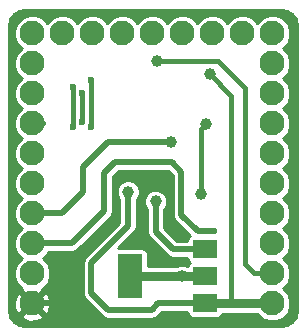
<source format=gbr>
G04 #@! TF.FileFunction,Copper,L2,Bot,Signal*
%FSLAX46Y46*%
G04 Gerber Fmt 4.6, Leading zero omitted, Abs format (unit mm)*
G04 Created by KiCad (PCBNEW 4.0.6) date 12/07/19 11:03:23*
%MOMM*%
%LPD*%
G01*
G04 APERTURE LIST*
%ADD10C,0.100000*%
%ADD11C,2.100000*%
%ADD12R,2.000000X3.800000*%
%ADD13R,2.000000X1.500000*%
%ADD14C,1.000000*%
%ADD15C,0.600000*%
%ADD16C,0.500000*%
%ADD17C,0.400000*%
%ADD18C,0.750000*%
%ADD19C,0.254000*%
G04 APERTURE END LIST*
D10*
D11*
X161571000Y-67845000D03*
X161571000Y-70385000D03*
X161571000Y-72925000D03*
X161571000Y-75465000D03*
X161571000Y-78005000D03*
X161571000Y-80545000D03*
X161571000Y-83085000D03*
X161571000Y-85625000D03*
X161571000Y-88165000D03*
X161571000Y-65305000D03*
X159031000Y-65305000D03*
X156491000Y-65305000D03*
X153951000Y-65305000D03*
X151411000Y-65305000D03*
X148871000Y-65305000D03*
X146331000Y-65305000D03*
X143791000Y-65305000D03*
X141251000Y-65305000D03*
X141251000Y-67845000D03*
X141251000Y-70385000D03*
X141251000Y-72925000D03*
X141251000Y-75465000D03*
X141251000Y-78005000D03*
X141251000Y-80545000D03*
X141251000Y-83085000D03*
X141251000Y-85625000D03*
X141251000Y-88165000D03*
D12*
X149561000Y-85875000D03*
D13*
X155861000Y-85875000D03*
X155861000Y-88175000D03*
X155861000Y-83575000D03*
D14*
X149361000Y-78725000D03*
X156261000Y-68775000D03*
X151811000Y-67625000D03*
X153011000Y-74525000D03*
X152711000Y-78675000D03*
X153911000Y-85875000D03*
D15*
X146261000Y-69225000D03*
X146261000Y-73225000D03*
D14*
X151711000Y-79525000D03*
X155511000Y-78925000D03*
X155961000Y-72975000D03*
D15*
X145461000Y-72775000D03*
X145461000Y-70375000D03*
X144661000Y-73225000D03*
X144661000Y-69875000D03*
X156661000Y-82075000D03*
D16*
X155861000Y-88175000D02*
X151911000Y-88175000D01*
X149361000Y-81625000D02*
X146261000Y-84725000D01*
X146261000Y-84725000D02*
X146261000Y-87325000D01*
X146261000Y-87325000D02*
X147661000Y-88725000D01*
X147661000Y-88725000D02*
X151361000Y-88725000D01*
X149361000Y-78725000D02*
X149361000Y-81625000D01*
X151911000Y-88175000D02*
X151361000Y-88725000D01*
D17*
X158061000Y-70575000D02*
X158061000Y-88175000D01*
X156261000Y-68775000D02*
X158061000Y-70575000D01*
D18*
X155861000Y-88175000D02*
X158061000Y-88175000D01*
X158061000Y-88175000D02*
X161561000Y-88175000D01*
X161561000Y-88175000D02*
X161571000Y-88165000D01*
D17*
X161571000Y-85625000D02*
X160061000Y-85625000D01*
X156961000Y-67625000D02*
X151811000Y-67625000D01*
X159261000Y-69925000D02*
X156961000Y-67625000D01*
X159261000Y-84825000D02*
X159261000Y-69925000D01*
X160061000Y-85625000D02*
X159261000Y-84825000D01*
X141251000Y-72925000D02*
X142161000Y-72925000D01*
D16*
X143741000Y-80545000D02*
X141251000Y-80545000D01*
X145561000Y-78725000D02*
X143741000Y-80545000D01*
X145561000Y-76625000D02*
X145561000Y-78725000D01*
X147661000Y-74525000D02*
X145561000Y-76625000D01*
X153011000Y-74525000D02*
X147661000Y-74525000D01*
X143671000Y-88165000D02*
X141251000Y-88165000D01*
X144561000Y-87275000D02*
X143671000Y-88165000D01*
X144561000Y-84725000D02*
X144561000Y-87275000D01*
X148261000Y-81025000D02*
X144561000Y-84725000D01*
X148261000Y-77975000D02*
X148261000Y-81025000D01*
X148911000Y-77325000D02*
X148261000Y-77975000D01*
X151361000Y-77325000D02*
X148911000Y-77325000D01*
X152711000Y-78675000D02*
X151361000Y-77325000D01*
D18*
X149561000Y-85875000D02*
X153911000Y-85875000D01*
X153911000Y-85875000D02*
X155861000Y-85875000D01*
D17*
X146261000Y-73225000D02*
X146261000Y-69725000D01*
X146261000Y-69725000D02*
X146261000Y-69225000D01*
D16*
X153161000Y-83575000D02*
X155861000Y-83575000D01*
X151711000Y-82125000D02*
X153161000Y-83575000D01*
X151711000Y-79525000D02*
X151711000Y-82125000D01*
D17*
X155511000Y-73425000D02*
X155511000Y-78925000D01*
X155961000Y-72975000D02*
X155511000Y-73425000D01*
X145461000Y-72775000D02*
X145461000Y-70375000D01*
X144661000Y-73225000D02*
X144661000Y-69875000D01*
D16*
X141251000Y-83085000D02*
X144601000Y-83085000D01*
X155261000Y-82075000D02*
X156661000Y-82075000D01*
X153861000Y-80675000D02*
X155261000Y-82075000D01*
X153861000Y-77025000D02*
X153861000Y-80675000D01*
X153061000Y-76225000D02*
X153861000Y-77025000D01*
X148261000Y-76225000D02*
X153061000Y-76225000D01*
X147361000Y-77125000D02*
X148261000Y-76225000D01*
X147361000Y-80325000D02*
X147361000Y-77125000D01*
X144601000Y-83085000D02*
X147361000Y-80325000D01*
D19*
G36*
X162845033Y-63402982D02*
X163280469Y-63693933D01*
X163571418Y-64129367D01*
X163684400Y-64697369D01*
X163684400Y-88718631D01*
X163571418Y-89286633D01*
X163280469Y-89722067D01*
X162845033Y-90013018D01*
X162277031Y-90126000D01*
X140668769Y-90126000D01*
X140100767Y-90013018D01*
X139665333Y-89722069D01*
X139374382Y-89286633D01*
X139370559Y-89267412D01*
X140328193Y-89267412D01*
X140441663Y-89495023D01*
X141012248Y-89703501D01*
X141619181Y-89677756D01*
X142060337Y-89495023D01*
X142173807Y-89267412D01*
X141251000Y-88344605D01*
X140328193Y-89267412D01*
X139370559Y-89267412D01*
X139261400Y-88718631D01*
X139261400Y-87926248D01*
X139712499Y-87926248D01*
X139738244Y-88533181D01*
X139920977Y-88974337D01*
X140148588Y-89087807D01*
X141071395Y-88165000D01*
X141430605Y-88165000D01*
X142353412Y-89087807D01*
X142581023Y-88974337D01*
X142789501Y-88403752D01*
X142763756Y-87796819D01*
X142581023Y-87355663D01*
X142353412Y-87242193D01*
X141430605Y-88165000D01*
X141071395Y-88165000D01*
X140148588Y-87242193D01*
X139920977Y-87355663D01*
X139712499Y-87926248D01*
X139261400Y-87926248D01*
X139261400Y-65607407D01*
X139723735Y-65607407D01*
X139955717Y-66168846D01*
X140361494Y-66575332D01*
X139957227Y-66978894D01*
X139724265Y-67539928D01*
X139723735Y-68147407D01*
X139955717Y-68708846D01*
X140361494Y-69115332D01*
X139957227Y-69518894D01*
X139724265Y-70079928D01*
X139723735Y-70687407D01*
X139955717Y-71248846D01*
X140361494Y-71655332D01*
X139957227Y-72058894D01*
X139724265Y-72619928D01*
X139723735Y-73227407D01*
X139955717Y-73788846D01*
X140361494Y-74195332D01*
X139957227Y-74598894D01*
X139724265Y-75159928D01*
X139723735Y-75767407D01*
X139955717Y-76328846D01*
X140361494Y-76735332D01*
X139957227Y-77138894D01*
X139724265Y-77699928D01*
X139723735Y-78307407D01*
X139955717Y-78868846D01*
X140361494Y-79275332D01*
X139957227Y-79678894D01*
X139724265Y-80239928D01*
X139723735Y-80847407D01*
X139955717Y-81408846D01*
X140361494Y-81815332D01*
X139957227Y-82218894D01*
X139724265Y-82779928D01*
X139723735Y-83387407D01*
X139955717Y-83948846D01*
X140361494Y-84355332D01*
X139957227Y-84758894D01*
X139724265Y-85319928D01*
X139723735Y-85927407D01*
X139955717Y-86488846D01*
X140384894Y-86918773D01*
X140397317Y-86923931D01*
X140328193Y-87062588D01*
X141251000Y-87985395D01*
X142173807Y-87062588D01*
X142104911Y-86924388D01*
X142114846Y-86920283D01*
X142544773Y-86491106D01*
X142777735Y-85930072D01*
X142778265Y-85322593D01*
X142546283Y-84761154D01*
X142140506Y-84354668D01*
X142544773Y-83951106D01*
X142602535Y-83812000D01*
X144600995Y-83812000D01*
X144601000Y-83812001D01*
X144833052Y-83765842D01*
X144879211Y-83756660D01*
X145115067Y-83599067D01*
X147875064Y-80839069D01*
X147875067Y-80839067D01*
X148032660Y-80603211D01*
X148088000Y-80325000D01*
X148088000Y-77426134D01*
X148562133Y-76952000D01*
X152759866Y-76952000D01*
X153134000Y-77326134D01*
X153134000Y-80674995D01*
X153133999Y-80675000D01*
X153163481Y-80823210D01*
X153189340Y-80953211D01*
X153294726Y-81110933D01*
X153346933Y-81189067D01*
X154590256Y-82432390D01*
X154521887Y-82476385D01*
X154412973Y-82635785D01*
X154374656Y-82825000D01*
X154374656Y-82848000D01*
X153462133Y-82848000D01*
X152438000Y-81823866D01*
X152438000Y-80179751D01*
X152538778Y-80079149D01*
X152687830Y-79720190D01*
X152688170Y-79331515D01*
X152539744Y-78972297D01*
X152265149Y-78697222D01*
X151906190Y-78548170D01*
X151517515Y-78547830D01*
X151158297Y-78696256D01*
X150883222Y-78970851D01*
X150734170Y-79329810D01*
X150733830Y-79718485D01*
X150882256Y-80077703D01*
X150984000Y-80179625D01*
X150984000Y-82124995D01*
X150983999Y-82125000D01*
X151026499Y-82338656D01*
X151039340Y-82403211D01*
X151088233Y-82476385D01*
X151196933Y-82639067D01*
X152646931Y-84089064D01*
X152646933Y-84089067D01*
X152882789Y-84246660D01*
X152928948Y-84255842D01*
X153161000Y-84302001D01*
X153161005Y-84302000D01*
X154374656Y-84302000D01*
X154374656Y-84325000D01*
X154407917Y-84501765D01*
X154512385Y-84664113D01*
X154601615Y-84725082D01*
X154521887Y-84776385D01*
X154412973Y-84935785D01*
X154396204Y-85018594D01*
X154106190Y-84898170D01*
X153717515Y-84897830D01*
X153414581Y-85023000D01*
X151047344Y-85023000D01*
X151047344Y-83975000D01*
X151014083Y-83798235D01*
X150909615Y-83635887D01*
X150750215Y-83526973D01*
X150561000Y-83488656D01*
X148561000Y-83488656D01*
X148517245Y-83496889D01*
X149875067Y-82139067D01*
X149919702Y-82072265D01*
X150032660Y-81903211D01*
X150088000Y-81625000D01*
X150088000Y-79379751D01*
X150188778Y-79279149D01*
X150337830Y-78920190D01*
X150338170Y-78531515D01*
X150189744Y-78172297D01*
X149915149Y-77897222D01*
X149556190Y-77748170D01*
X149167515Y-77747830D01*
X148808297Y-77896256D01*
X148533222Y-78170851D01*
X148384170Y-78529810D01*
X148383830Y-78918485D01*
X148532256Y-79277703D01*
X148634000Y-79379625D01*
X148634000Y-81323866D01*
X145746933Y-84210933D01*
X145589340Y-84446789D01*
X145589340Y-84446790D01*
X145533999Y-84725000D01*
X145534000Y-84725005D01*
X145534000Y-87324995D01*
X145533999Y-87325000D01*
X145553891Y-87425000D01*
X145589340Y-87603211D01*
X145704125Y-87775000D01*
X145746933Y-87839067D01*
X147146933Y-89239067D01*
X147382789Y-89396660D01*
X147428948Y-89405842D01*
X147661000Y-89452001D01*
X147661005Y-89452000D01*
X151360995Y-89452000D01*
X151361000Y-89452001D01*
X151593052Y-89405842D01*
X151639211Y-89396660D01*
X151875067Y-89239067D01*
X152212133Y-88902000D01*
X154374656Y-88902000D01*
X154374656Y-88925000D01*
X154407917Y-89101765D01*
X154512385Y-89264113D01*
X154671785Y-89373027D01*
X154861000Y-89411344D01*
X156861000Y-89411344D01*
X157037765Y-89378083D01*
X157200113Y-89273615D01*
X157309027Y-89114215D01*
X157326688Y-89027000D01*
X160274954Y-89027000D01*
X160275717Y-89028846D01*
X160704894Y-89458773D01*
X161265928Y-89691735D01*
X161873407Y-89692265D01*
X162434846Y-89460283D01*
X162864773Y-89031106D01*
X163097735Y-88470072D01*
X163098265Y-87862593D01*
X162866283Y-87301154D01*
X162460506Y-86894668D01*
X162864773Y-86491106D01*
X163097735Y-85930072D01*
X163098265Y-85322593D01*
X162866283Y-84761154D01*
X162460506Y-84354668D01*
X162864773Y-83951106D01*
X163097735Y-83390072D01*
X163098265Y-82782593D01*
X162866283Y-82221154D01*
X162460506Y-81814668D01*
X162864773Y-81411106D01*
X163097735Y-80850072D01*
X163098265Y-80242593D01*
X162866283Y-79681154D01*
X162460506Y-79274668D01*
X162864773Y-78871106D01*
X163097735Y-78310072D01*
X163098265Y-77702593D01*
X162866283Y-77141154D01*
X162460506Y-76734668D01*
X162864773Y-76331106D01*
X163097735Y-75770072D01*
X163098265Y-75162593D01*
X162866283Y-74601154D01*
X162460506Y-74194668D01*
X162864773Y-73791106D01*
X163097735Y-73230072D01*
X163098265Y-72622593D01*
X162866283Y-72061154D01*
X162460506Y-71654668D01*
X162864773Y-71251106D01*
X163097735Y-70690072D01*
X163098265Y-70082593D01*
X162866283Y-69521154D01*
X162460506Y-69114668D01*
X162864773Y-68711106D01*
X163097735Y-68150072D01*
X163098265Y-67542593D01*
X162866283Y-66981154D01*
X162460506Y-66574668D01*
X162864773Y-66171106D01*
X163097735Y-65610072D01*
X163098265Y-65002593D01*
X162866283Y-64441154D01*
X162437106Y-64011227D01*
X161876072Y-63778265D01*
X161268593Y-63777735D01*
X160707154Y-64009717D01*
X160300668Y-64415494D01*
X159897106Y-64011227D01*
X159336072Y-63778265D01*
X158728593Y-63777735D01*
X158167154Y-64009717D01*
X157760668Y-64415494D01*
X157357106Y-64011227D01*
X156796072Y-63778265D01*
X156188593Y-63777735D01*
X155627154Y-64009717D01*
X155220668Y-64415494D01*
X154817106Y-64011227D01*
X154256072Y-63778265D01*
X153648593Y-63777735D01*
X153087154Y-64009717D01*
X152680668Y-64415494D01*
X152277106Y-64011227D01*
X151716072Y-63778265D01*
X151108593Y-63777735D01*
X150547154Y-64009717D01*
X150140668Y-64415494D01*
X149737106Y-64011227D01*
X149176072Y-63778265D01*
X148568593Y-63777735D01*
X148007154Y-64009717D01*
X147600668Y-64415494D01*
X147197106Y-64011227D01*
X146636072Y-63778265D01*
X146028593Y-63777735D01*
X145467154Y-64009717D01*
X145060668Y-64415494D01*
X144657106Y-64011227D01*
X144096072Y-63778265D01*
X143488593Y-63777735D01*
X142927154Y-64009717D01*
X142520668Y-64415494D01*
X142117106Y-64011227D01*
X141556072Y-63778265D01*
X140948593Y-63777735D01*
X140387154Y-64009717D01*
X139957227Y-64438894D01*
X139724265Y-64999928D01*
X139723735Y-65607407D01*
X139261400Y-65607407D01*
X139261400Y-64697369D01*
X139374382Y-64129367D01*
X139665333Y-63693931D01*
X140100767Y-63402982D01*
X140668769Y-63290000D01*
X162277031Y-63290000D01*
X162845033Y-63402982D01*
X162845033Y-63402982D01*
G37*
X162845033Y-63402982D02*
X163280469Y-63693933D01*
X163571418Y-64129367D01*
X163684400Y-64697369D01*
X163684400Y-88718631D01*
X163571418Y-89286633D01*
X163280469Y-89722067D01*
X162845033Y-90013018D01*
X162277031Y-90126000D01*
X140668769Y-90126000D01*
X140100767Y-90013018D01*
X139665333Y-89722069D01*
X139374382Y-89286633D01*
X139370559Y-89267412D01*
X140328193Y-89267412D01*
X140441663Y-89495023D01*
X141012248Y-89703501D01*
X141619181Y-89677756D01*
X142060337Y-89495023D01*
X142173807Y-89267412D01*
X141251000Y-88344605D01*
X140328193Y-89267412D01*
X139370559Y-89267412D01*
X139261400Y-88718631D01*
X139261400Y-87926248D01*
X139712499Y-87926248D01*
X139738244Y-88533181D01*
X139920977Y-88974337D01*
X140148588Y-89087807D01*
X141071395Y-88165000D01*
X141430605Y-88165000D01*
X142353412Y-89087807D01*
X142581023Y-88974337D01*
X142789501Y-88403752D01*
X142763756Y-87796819D01*
X142581023Y-87355663D01*
X142353412Y-87242193D01*
X141430605Y-88165000D01*
X141071395Y-88165000D01*
X140148588Y-87242193D01*
X139920977Y-87355663D01*
X139712499Y-87926248D01*
X139261400Y-87926248D01*
X139261400Y-65607407D01*
X139723735Y-65607407D01*
X139955717Y-66168846D01*
X140361494Y-66575332D01*
X139957227Y-66978894D01*
X139724265Y-67539928D01*
X139723735Y-68147407D01*
X139955717Y-68708846D01*
X140361494Y-69115332D01*
X139957227Y-69518894D01*
X139724265Y-70079928D01*
X139723735Y-70687407D01*
X139955717Y-71248846D01*
X140361494Y-71655332D01*
X139957227Y-72058894D01*
X139724265Y-72619928D01*
X139723735Y-73227407D01*
X139955717Y-73788846D01*
X140361494Y-74195332D01*
X139957227Y-74598894D01*
X139724265Y-75159928D01*
X139723735Y-75767407D01*
X139955717Y-76328846D01*
X140361494Y-76735332D01*
X139957227Y-77138894D01*
X139724265Y-77699928D01*
X139723735Y-78307407D01*
X139955717Y-78868846D01*
X140361494Y-79275332D01*
X139957227Y-79678894D01*
X139724265Y-80239928D01*
X139723735Y-80847407D01*
X139955717Y-81408846D01*
X140361494Y-81815332D01*
X139957227Y-82218894D01*
X139724265Y-82779928D01*
X139723735Y-83387407D01*
X139955717Y-83948846D01*
X140361494Y-84355332D01*
X139957227Y-84758894D01*
X139724265Y-85319928D01*
X139723735Y-85927407D01*
X139955717Y-86488846D01*
X140384894Y-86918773D01*
X140397317Y-86923931D01*
X140328193Y-87062588D01*
X141251000Y-87985395D01*
X142173807Y-87062588D01*
X142104911Y-86924388D01*
X142114846Y-86920283D01*
X142544773Y-86491106D01*
X142777735Y-85930072D01*
X142778265Y-85322593D01*
X142546283Y-84761154D01*
X142140506Y-84354668D01*
X142544773Y-83951106D01*
X142602535Y-83812000D01*
X144600995Y-83812000D01*
X144601000Y-83812001D01*
X144833052Y-83765842D01*
X144879211Y-83756660D01*
X145115067Y-83599067D01*
X147875064Y-80839069D01*
X147875067Y-80839067D01*
X148032660Y-80603211D01*
X148088000Y-80325000D01*
X148088000Y-77426134D01*
X148562133Y-76952000D01*
X152759866Y-76952000D01*
X153134000Y-77326134D01*
X153134000Y-80674995D01*
X153133999Y-80675000D01*
X153163481Y-80823210D01*
X153189340Y-80953211D01*
X153294726Y-81110933D01*
X153346933Y-81189067D01*
X154590256Y-82432390D01*
X154521887Y-82476385D01*
X154412973Y-82635785D01*
X154374656Y-82825000D01*
X154374656Y-82848000D01*
X153462133Y-82848000D01*
X152438000Y-81823866D01*
X152438000Y-80179751D01*
X152538778Y-80079149D01*
X152687830Y-79720190D01*
X152688170Y-79331515D01*
X152539744Y-78972297D01*
X152265149Y-78697222D01*
X151906190Y-78548170D01*
X151517515Y-78547830D01*
X151158297Y-78696256D01*
X150883222Y-78970851D01*
X150734170Y-79329810D01*
X150733830Y-79718485D01*
X150882256Y-80077703D01*
X150984000Y-80179625D01*
X150984000Y-82124995D01*
X150983999Y-82125000D01*
X151026499Y-82338656D01*
X151039340Y-82403211D01*
X151088233Y-82476385D01*
X151196933Y-82639067D01*
X152646931Y-84089064D01*
X152646933Y-84089067D01*
X152882789Y-84246660D01*
X152928948Y-84255842D01*
X153161000Y-84302001D01*
X153161005Y-84302000D01*
X154374656Y-84302000D01*
X154374656Y-84325000D01*
X154407917Y-84501765D01*
X154512385Y-84664113D01*
X154601615Y-84725082D01*
X154521887Y-84776385D01*
X154412973Y-84935785D01*
X154396204Y-85018594D01*
X154106190Y-84898170D01*
X153717515Y-84897830D01*
X153414581Y-85023000D01*
X151047344Y-85023000D01*
X151047344Y-83975000D01*
X151014083Y-83798235D01*
X150909615Y-83635887D01*
X150750215Y-83526973D01*
X150561000Y-83488656D01*
X148561000Y-83488656D01*
X148517245Y-83496889D01*
X149875067Y-82139067D01*
X149919702Y-82072265D01*
X150032660Y-81903211D01*
X150088000Y-81625000D01*
X150088000Y-79379751D01*
X150188778Y-79279149D01*
X150337830Y-78920190D01*
X150338170Y-78531515D01*
X150189744Y-78172297D01*
X149915149Y-77897222D01*
X149556190Y-77748170D01*
X149167515Y-77747830D01*
X148808297Y-77896256D01*
X148533222Y-78170851D01*
X148384170Y-78529810D01*
X148383830Y-78918485D01*
X148532256Y-79277703D01*
X148634000Y-79379625D01*
X148634000Y-81323866D01*
X145746933Y-84210933D01*
X145589340Y-84446789D01*
X145589340Y-84446790D01*
X145533999Y-84725000D01*
X145534000Y-84725005D01*
X145534000Y-87324995D01*
X145533999Y-87325000D01*
X145553891Y-87425000D01*
X145589340Y-87603211D01*
X145704125Y-87775000D01*
X145746933Y-87839067D01*
X147146933Y-89239067D01*
X147382789Y-89396660D01*
X147428948Y-89405842D01*
X147661000Y-89452001D01*
X147661005Y-89452000D01*
X151360995Y-89452000D01*
X151361000Y-89452001D01*
X151593052Y-89405842D01*
X151639211Y-89396660D01*
X151875067Y-89239067D01*
X152212133Y-88902000D01*
X154374656Y-88902000D01*
X154374656Y-88925000D01*
X154407917Y-89101765D01*
X154512385Y-89264113D01*
X154671785Y-89373027D01*
X154861000Y-89411344D01*
X156861000Y-89411344D01*
X157037765Y-89378083D01*
X157200113Y-89273615D01*
X157309027Y-89114215D01*
X157326688Y-89027000D01*
X160274954Y-89027000D01*
X160275717Y-89028846D01*
X160704894Y-89458773D01*
X161265928Y-89691735D01*
X161873407Y-89692265D01*
X162434846Y-89460283D01*
X162864773Y-89031106D01*
X163097735Y-88470072D01*
X163098265Y-87862593D01*
X162866283Y-87301154D01*
X162460506Y-86894668D01*
X162864773Y-86491106D01*
X163097735Y-85930072D01*
X163098265Y-85322593D01*
X162866283Y-84761154D01*
X162460506Y-84354668D01*
X162864773Y-83951106D01*
X163097735Y-83390072D01*
X163098265Y-82782593D01*
X162866283Y-82221154D01*
X162460506Y-81814668D01*
X162864773Y-81411106D01*
X163097735Y-80850072D01*
X163098265Y-80242593D01*
X162866283Y-79681154D01*
X162460506Y-79274668D01*
X162864773Y-78871106D01*
X163097735Y-78310072D01*
X163098265Y-77702593D01*
X162866283Y-77141154D01*
X162460506Y-76734668D01*
X162864773Y-76331106D01*
X163097735Y-75770072D01*
X163098265Y-75162593D01*
X162866283Y-74601154D01*
X162460506Y-74194668D01*
X162864773Y-73791106D01*
X163097735Y-73230072D01*
X163098265Y-72622593D01*
X162866283Y-72061154D01*
X162460506Y-71654668D01*
X162864773Y-71251106D01*
X163097735Y-70690072D01*
X163098265Y-70082593D01*
X162866283Y-69521154D01*
X162460506Y-69114668D01*
X162864773Y-68711106D01*
X163097735Y-68150072D01*
X163098265Y-67542593D01*
X162866283Y-66981154D01*
X162460506Y-66574668D01*
X162864773Y-66171106D01*
X163097735Y-65610072D01*
X163098265Y-65002593D01*
X162866283Y-64441154D01*
X162437106Y-64011227D01*
X161876072Y-63778265D01*
X161268593Y-63777735D01*
X160707154Y-64009717D01*
X160300668Y-64415494D01*
X159897106Y-64011227D01*
X159336072Y-63778265D01*
X158728593Y-63777735D01*
X158167154Y-64009717D01*
X157760668Y-64415494D01*
X157357106Y-64011227D01*
X156796072Y-63778265D01*
X156188593Y-63777735D01*
X155627154Y-64009717D01*
X155220668Y-64415494D01*
X154817106Y-64011227D01*
X154256072Y-63778265D01*
X153648593Y-63777735D01*
X153087154Y-64009717D01*
X152680668Y-64415494D01*
X152277106Y-64011227D01*
X151716072Y-63778265D01*
X151108593Y-63777735D01*
X150547154Y-64009717D01*
X150140668Y-64415494D01*
X149737106Y-64011227D01*
X149176072Y-63778265D01*
X148568593Y-63777735D01*
X148007154Y-64009717D01*
X147600668Y-64415494D01*
X147197106Y-64011227D01*
X146636072Y-63778265D01*
X146028593Y-63777735D01*
X145467154Y-64009717D01*
X145060668Y-64415494D01*
X144657106Y-64011227D01*
X144096072Y-63778265D01*
X143488593Y-63777735D01*
X142927154Y-64009717D01*
X142520668Y-64415494D01*
X142117106Y-64011227D01*
X141556072Y-63778265D01*
X140948593Y-63777735D01*
X140387154Y-64009717D01*
X139957227Y-64438894D01*
X139724265Y-64999928D01*
X139723735Y-65607407D01*
X139261400Y-65607407D01*
X139261400Y-64697369D01*
X139374382Y-64129367D01*
X139665333Y-63693931D01*
X140100767Y-63402982D01*
X140668769Y-63290000D01*
X162277031Y-63290000D01*
X162845033Y-63402982D01*
M02*

</source>
